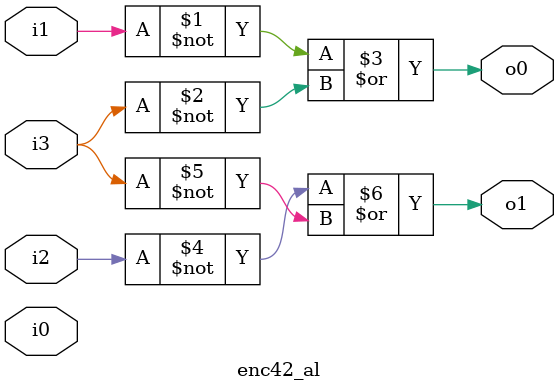
<source format=v>
module enc42_al(i0,i1,i2,i3,o0,o1); //Active Low
input i0,i1,i2,i3;
output o0,o1;
assign o0= (~i1) | (~i3);
assign o1= (~i2) | (~i3);
endmodule
</source>
